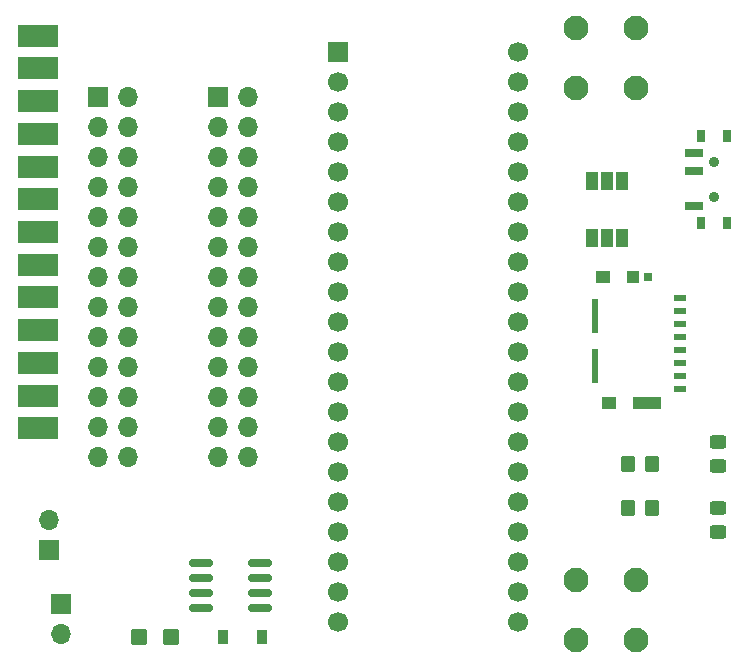
<source format=gts>
%TF.GenerationSoftware,KiCad,Pcbnew,(6.0.4-0)*%
%TF.CreationDate,2023-01-26T09:36:58-07:00*%
%TF.ProjectId,bluescsi_iigs_internal,626c7565-7363-4736-995f-696967735f69,rev?*%
%TF.SameCoordinates,Original*%
%TF.FileFunction,Soldermask,Top*%
%TF.FilePolarity,Negative*%
%FSLAX46Y46*%
G04 Gerber Fmt 4.6, Leading zero omitted, Abs format (unit mm)*
G04 Created by KiCad (PCBNEW (6.0.4-0)) date 2023-01-26 09:36:58*
%MOMM*%
%LPD*%
G01*
G04 APERTURE LIST*
G04 Aperture macros list*
%AMRoundRect*
0 Rectangle with rounded corners*
0 $1 Rounding radius*
0 $2 $3 $4 $5 $6 $7 $8 $9 X,Y pos of 4 corners*
0 Add a 4 corners polygon primitive as box body*
4,1,4,$2,$3,$4,$5,$6,$7,$8,$9,$2,$3,0*
0 Add four circle primitives for the rounded corners*
1,1,$1+$1,$2,$3*
1,1,$1+$1,$4,$5*
1,1,$1+$1,$6,$7*
1,1,$1+$1,$8,$9*
0 Add four rect primitives between the rounded corners*
20,1,$1+$1,$2,$3,$4,$5,0*
20,1,$1+$1,$4,$5,$6,$7,0*
20,1,$1+$1,$6,$7,$8,$9,0*
20,1,$1+$1,$8,$9,$2,$3,0*%
G04 Aperture macros list end*
%ADD10R,1.700000X1.700000*%
%ADD11C,1.700000*%
%ADD12R,0.800000X1.000000*%
%ADD13C,0.900000*%
%ADD14R,1.500000X0.700000*%
%ADD15RoundRect,0.249999X0.350001X0.450001X-0.350001X0.450001X-0.350001X-0.450001X0.350001X-0.450001X0*%
%ADD16RoundRect,0.249999X-0.450001X0.325001X-0.450001X-0.325001X0.450001X-0.325001X0.450001X0.325001X0*%
%ADD17R,1.000000X1.500000*%
%ADD18RoundRect,0.249999X-0.350001X-0.450001X0.350001X-0.450001X0.350001X0.450001X-0.350001X0.450001X0*%
%ADD19O,1.700000X1.700000*%
%ADD20C,2.100000*%
%ADD21RoundRect,0.249999X0.450001X-0.325001X0.450001X0.325001X-0.450001X0.325001X-0.450001X-0.325001X0*%
%ADD22R,1.000000X0.500000*%
%ADD23R,0.780000X0.720000*%
%ADD24R,1.080000X1.050000*%
%ADD25R,1.200000X1.050000*%
%ADD26R,2.390000X1.050000*%
%ADD27R,0.550000X2.910000*%
%ADD28R,3.480000X1.846667*%
%ADD29R,0.900000X1.200000*%
%ADD30RoundRect,0.250000X0.450000X0.425000X-0.450000X0.425000X-0.450000X-0.425000X0.450000X-0.425000X0*%
%ADD31RoundRect,0.150000X-0.825000X-0.150000X0.825000X-0.150000X0.825000X0.150000X-0.825000X0.150000X0*%
G04 APERTURE END LIST*
D10*
%TO.C,U1*%
X152400000Y-50800000D03*
D11*
X152400000Y-53340000D03*
X152400000Y-55880000D03*
X152400000Y-58420000D03*
X152400000Y-60960000D03*
X152400000Y-63500000D03*
X152400000Y-66040000D03*
X152400000Y-68580000D03*
X152400000Y-71120000D03*
X152400000Y-73660000D03*
X152400000Y-76200000D03*
X152400000Y-78740000D03*
X152400000Y-81280000D03*
X152400000Y-83820000D03*
X152400000Y-86360000D03*
X152400000Y-88900000D03*
X152400000Y-91440000D03*
X152400000Y-93980000D03*
X152400000Y-96520000D03*
X152400000Y-99060000D03*
X167640000Y-99060000D03*
X167640000Y-96520000D03*
X167640000Y-93980000D03*
X167640000Y-91440000D03*
X167640000Y-88900000D03*
X167640000Y-86360000D03*
X167640000Y-83820000D03*
X167640000Y-81280000D03*
X167640000Y-78740000D03*
X167640000Y-76200000D03*
X167640000Y-73660000D03*
X167640000Y-71120000D03*
X167640000Y-68580000D03*
X167640000Y-66040000D03*
X167640000Y-63500000D03*
X167640000Y-60960000D03*
X167640000Y-58420000D03*
X167640000Y-55880000D03*
X167640000Y-53340000D03*
X167640000Y-50800000D03*
%TD*%
D12*
%TO.C,SW1*%
X183116000Y-57945000D03*
D13*
X184226000Y-63095000D03*
X184226000Y-60095000D03*
D12*
X185326000Y-57945000D03*
X183116000Y-65245000D03*
X185326000Y-65245000D03*
D14*
X182466000Y-63845000D03*
X182466000Y-60845000D03*
X182466000Y-59345000D03*
%TD*%
D15*
%TO.C,R2*%
X178927000Y-89408000D03*
X176927000Y-89408000D03*
%TD*%
D16*
%TO.C,D1*%
X184531000Y-83811000D03*
X184531000Y-85861000D03*
%TD*%
D17*
%TO.C,JP2*%
X173833000Y-66548000D03*
X175133000Y-66548000D03*
X176433000Y-66548000D03*
%TD*%
%TO.C,JP1*%
X173833000Y-61722000D03*
X175133000Y-61722000D03*
X176433000Y-61722000D03*
%TD*%
D18*
%TO.C,R1*%
X176927000Y-85725000D03*
X178927000Y-85725000D03*
%TD*%
D10*
%TO.C,J1*%
X132080000Y-54610000D03*
D19*
X134620000Y-54610000D03*
X132080000Y-57150000D03*
X134620000Y-57150000D03*
X132080000Y-59690000D03*
X134620000Y-59690000D03*
X132080000Y-62230000D03*
X134620000Y-62230000D03*
X132080000Y-64770000D03*
X134620000Y-64770000D03*
X132080000Y-67310000D03*
X134620000Y-67310000D03*
X132080000Y-69850000D03*
X134620000Y-69850000D03*
X132080000Y-72390000D03*
X134620000Y-72390000D03*
X132080000Y-74930000D03*
X134620000Y-74930000D03*
X132080000Y-77470000D03*
X134620000Y-77470000D03*
X132080000Y-80010000D03*
X134620000Y-80010000D03*
X132080000Y-82550000D03*
X134620000Y-82550000D03*
X132080000Y-85090000D03*
X134620000Y-85090000D03*
%TD*%
D10*
%TO.C,J2*%
X142240000Y-54610000D03*
D19*
X144780000Y-54610000D03*
X142240000Y-57150000D03*
X144780000Y-57150000D03*
X142240000Y-59690000D03*
X144780000Y-59690000D03*
X142240000Y-62230000D03*
X144780000Y-62230000D03*
X142240000Y-64770000D03*
X144780000Y-64770000D03*
X142240000Y-67310000D03*
X144780000Y-67310000D03*
X142240000Y-69850000D03*
X144780000Y-69850000D03*
X142240000Y-72390000D03*
X144780000Y-72390000D03*
X142240000Y-74930000D03*
X144780000Y-74930000D03*
X142240000Y-77470000D03*
X144780000Y-77470000D03*
X142240000Y-80010000D03*
X144780000Y-80010000D03*
X142240000Y-82550000D03*
X144780000Y-82550000D03*
X142240000Y-85090000D03*
X144780000Y-85090000D03*
%TD*%
D10*
%TO.C,J4*%
X128905000Y-97536000D03*
D19*
X128905000Y-100076000D03*
%TD*%
D10*
%TO.C,J5*%
X127889000Y-92964000D03*
D19*
X127889000Y-90424000D03*
%TD*%
D20*
%TO.C,M1*%
X177591000Y-95481000D03*
X177591000Y-100561000D03*
X172511000Y-95481000D03*
X172511000Y-100561000D03*
%TD*%
%TO.C,M2*%
X177591000Y-48791000D03*
X172511000Y-48791000D03*
X177591000Y-53871000D03*
X172511000Y-53871000D03*
%TD*%
D21*
%TO.C,D2*%
X184531000Y-91449000D03*
X184531000Y-89399000D03*
%TD*%
D22*
%TO.C,J3*%
X181330000Y-71634000D03*
X181330000Y-72734000D03*
X181330000Y-73834000D03*
X181330000Y-74934000D03*
X181330000Y-76034000D03*
X181330000Y-77134000D03*
X181330000Y-78234000D03*
X181330000Y-79334000D03*
D23*
X178650000Y-69874000D03*
D24*
X177380000Y-69859000D03*
D25*
X174770000Y-69859000D03*
X175340000Y-80509000D03*
D26*
X178525000Y-80509000D03*
D27*
X174095000Y-73198000D03*
X174095000Y-77388000D03*
%TD*%
D28*
%TO.C,J6*%
X127000000Y-49420000D03*
X127000000Y-52190000D03*
X127000000Y-54960000D03*
X127000000Y-57730000D03*
X127000000Y-60500000D03*
X127000000Y-63270000D03*
X127000000Y-66040000D03*
X127000000Y-68810000D03*
X127000000Y-71580000D03*
X127000000Y-74350000D03*
X127000000Y-77120000D03*
X127000000Y-79890000D03*
X127000000Y-82660000D03*
%TD*%
D29*
%TO.C,D3*%
X145922000Y-100330000D03*
X142622000Y-100330000D03*
%TD*%
D30*
%TO.C,C5*%
X138256000Y-100330000D03*
X135556000Y-100330000D03*
%TD*%
D31*
%TO.C,U4*%
X140781000Y-94107000D03*
X140781000Y-95377000D03*
X140781000Y-96647000D03*
X140781000Y-97917000D03*
X145731000Y-97917000D03*
X145731000Y-96647000D03*
X145731000Y-95377000D03*
X145731000Y-94107000D03*
%TD*%
M02*

</source>
